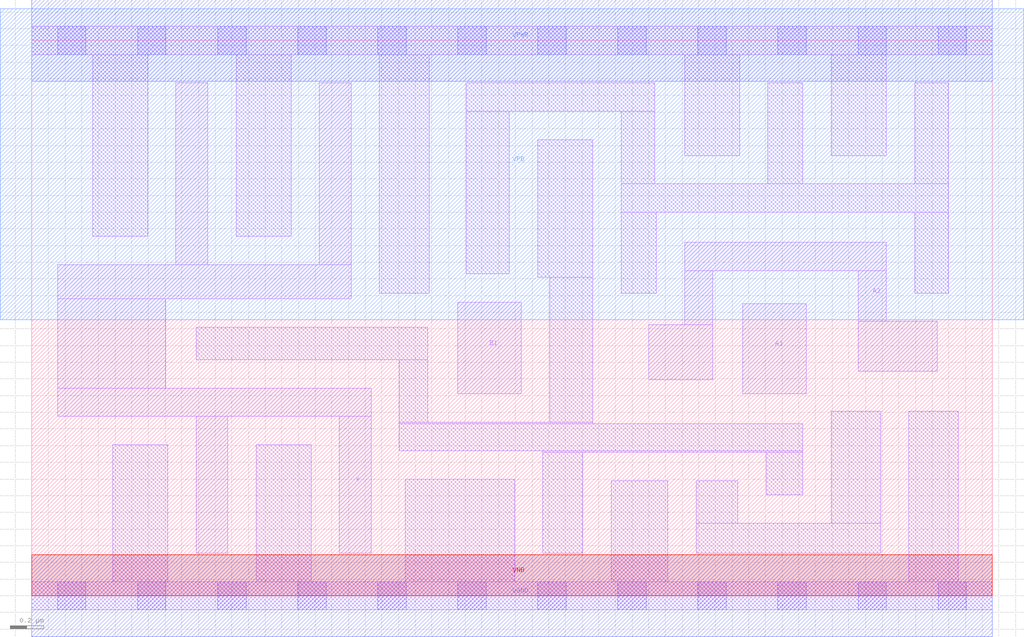
<source format=lef>
# Copyright 2020 The SkyWater PDK Authors
#
# Licensed under the Apache License, Version 2.0 (the "License");
# you may not use this file except in compliance with the License.
# You may obtain a copy of the License at
#
#     https://www.apache.org/licenses/LICENSE-2.0
#
# Unless required by applicable law or agreed to in writing, software
# distributed under the License is distributed on an "AS IS" BASIS,
# WITHOUT WARRANTIES OR CONDITIONS OF ANY KIND, either express or implied.
# See the License for the specific language governing permissions and
# limitations under the License.
#
# SPDX-License-Identifier: Apache-2.0

VERSION 5.7 ;
  NOWIREEXTENSIONATPIN ON ;
  DIVIDERCHAR "/" ;
  BUSBITCHARS "[]" ;
MACRO sky130_fd_sc_lp__a21o_4
  CLASS CORE ;
  FOREIGN sky130_fd_sc_lp__a21o_4 ;
  ORIGIN  0.000000  0.000000 ;
  SIZE  5.760000 BY  3.330000 ;
  SYMMETRY X Y R90 ;
  SITE unit ;
  PIN A1
    ANTENNAGATEAREA  0.630000 ;
    DIRECTION INPUT ;
    USE SIGNAL ;
    PORT
      LAYER li1 ;
        RECT 4.265000 1.210000 4.645000 1.750000 ;
    END
  END A1
  PIN A2
    ANTENNAGATEAREA  0.630000 ;
    DIRECTION INPUT ;
    USE SIGNAL ;
    PORT
      LAYER li1 ;
        RECT 3.700000 1.295000 4.085000 1.625000 ;
        RECT 3.915000 1.625000 4.085000 1.950000 ;
        RECT 3.915000 1.950000 5.125000 2.120000 ;
        RECT 4.955000 1.345000 5.430000 1.645000 ;
        RECT 4.955000 1.645000 5.125000 1.950000 ;
    END
  END A2
  PIN B1
    ANTENNAGATEAREA  0.630000 ;
    DIRECTION INPUT ;
    USE SIGNAL ;
    PORT
      LAYER li1 ;
        RECT 2.555000 1.210000 2.935000 1.760000 ;
    END
  END B1
  PIN X
    ANTENNADIFFAREA  1.176000 ;
    DIRECTION OUTPUT ;
    USE SIGNAL ;
    PORT
      LAYER li1 ;
        RECT 0.155000 1.075000 2.035000 1.245000 ;
        RECT 0.155000 1.245000 0.805000 1.780000 ;
        RECT 0.155000 1.780000 1.915000 1.985000 ;
        RECT 0.865000 1.985000 1.055000 3.075000 ;
        RECT 0.985000 0.255000 1.175000 1.075000 ;
        RECT 1.725000 1.985000 1.915000 3.075000 ;
        RECT 1.845000 0.255000 2.035000 1.075000 ;
    END
  END X
  PIN VGND
    DIRECTION INOUT ;
    USE GROUND ;
    PORT
      LAYER met1 ;
        RECT 0.000000 -0.245000 5.760000 0.245000 ;
    END
  END VGND
  PIN VNB
    DIRECTION INOUT ;
    USE GROUND ;
    PORT
      LAYER pwell ;
        RECT 0.000000 0.000000 5.760000 0.245000 ;
    END
  END VNB
  PIN VPB
    DIRECTION INOUT ;
    USE POWER ;
    PORT
      LAYER nwell ;
        RECT -0.190000 1.655000 5.950000 3.520000 ;
    END
  END VPB
  PIN VPWR
    DIRECTION INOUT ;
    USE POWER ;
    PORT
      LAYER met1 ;
        RECT 0.000000 3.085000 5.760000 3.575000 ;
    END
  END VPWR
  OBS
    LAYER li1 ;
      RECT 0.000000 -0.085000 5.760000 0.085000 ;
      RECT 0.000000  3.245000 5.760000 3.415000 ;
      RECT 0.365000  2.155000 0.695000 3.245000 ;
      RECT 0.485000  0.085000 0.815000 0.905000 ;
      RECT 0.985000  1.415000 2.375000 1.610000 ;
      RECT 1.225000  2.155000 1.555000 3.245000 ;
      RECT 1.345000  0.085000 1.675000 0.905000 ;
      RECT 2.085000  1.815000 2.385000 3.245000 ;
      RECT 2.205000  0.870000 4.625000 1.030000 ;
      RECT 2.205000  1.030000 3.365000 1.040000 ;
      RECT 2.205000  1.040000 2.375000 1.415000 ;
      RECT 2.240000  0.085000 2.895000 0.700000 ;
      RECT 2.605000  1.930000 2.865000 2.905000 ;
      RECT 2.605000  2.905000 3.735000 3.075000 ;
      RECT 3.035000  1.910000 3.365000 2.735000 ;
      RECT 3.065000  0.255000 3.305000 0.860000 ;
      RECT 3.065000  0.860000 4.625000 0.870000 ;
      RECT 3.105000  1.040000 3.365000 1.910000 ;
      RECT 3.475000  0.085000 3.815000 0.690000 ;
      RECT 3.535000  1.815000 3.745000 2.300000 ;
      RECT 3.535000  2.300000 5.495000 2.470000 ;
      RECT 3.535000  2.470000 3.735000 2.905000 ;
      RECT 3.915000  2.640000 4.245000 3.245000 ;
      RECT 3.985000  0.255000 5.090000 0.435000 ;
      RECT 3.985000  0.435000 4.235000 0.690000 ;
      RECT 4.405000  0.605000 4.625000 0.860000 ;
      RECT 4.415000  2.470000 4.625000 3.075000 ;
      RECT 4.795000  0.435000 5.090000 1.105000 ;
      RECT 4.795000  2.640000 5.125000 3.245000 ;
      RECT 5.260000  0.085000 5.555000 1.105000 ;
      RECT 5.295000  1.815000 5.495000 2.300000 ;
      RECT 5.295000  2.470000 5.495000 3.075000 ;
    LAYER mcon ;
      RECT 0.155000 -0.085000 0.325000 0.085000 ;
      RECT 0.155000  3.245000 0.325000 3.415000 ;
      RECT 0.635000 -0.085000 0.805000 0.085000 ;
      RECT 0.635000  3.245000 0.805000 3.415000 ;
      RECT 1.115000 -0.085000 1.285000 0.085000 ;
      RECT 1.115000  3.245000 1.285000 3.415000 ;
      RECT 1.595000 -0.085000 1.765000 0.085000 ;
      RECT 1.595000  3.245000 1.765000 3.415000 ;
      RECT 2.075000 -0.085000 2.245000 0.085000 ;
      RECT 2.075000  3.245000 2.245000 3.415000 ;
      RECT 2.555000 -0.085000 2.725000 0.085000 ;
      RECT 2.555000  3.245000 2.725000 3.415000 ;
      RECT 3.035000 -0.085000 3.205000 0.085000 ;
      RECT 3.035000  3.245000 3.205000 3.415000 ;
      RECT 3.515000 -0.085000 3.685000 0.085000 ;
      RECT 3.515000  3.245000 3.685000 3.415000 ;
      RECT 3.995000 -0.085000 4.165000 0.085000 ;
      RECT 3.995000  3.245000 4.165000 3.415000 ;
      RECT 4.475000 -0.085000 4.645000 0.085000 ;
      RECT 4.475000  3.245000 4.645000 3.415000 ;
      RECT 4.955000 -0.085000 5.125000 0.085000 ;
      RECT 4.955000  3.245000 5.125000 3.415000 ;
      RECT 5.435000 -0.085000 5.605000 0.085000 ;
      RECT 5.435000  3.245000 5.605000 3.415000 ;
  END
END sky130_fd_sc_lp__a21o_4
END LIBRARY

</source>
